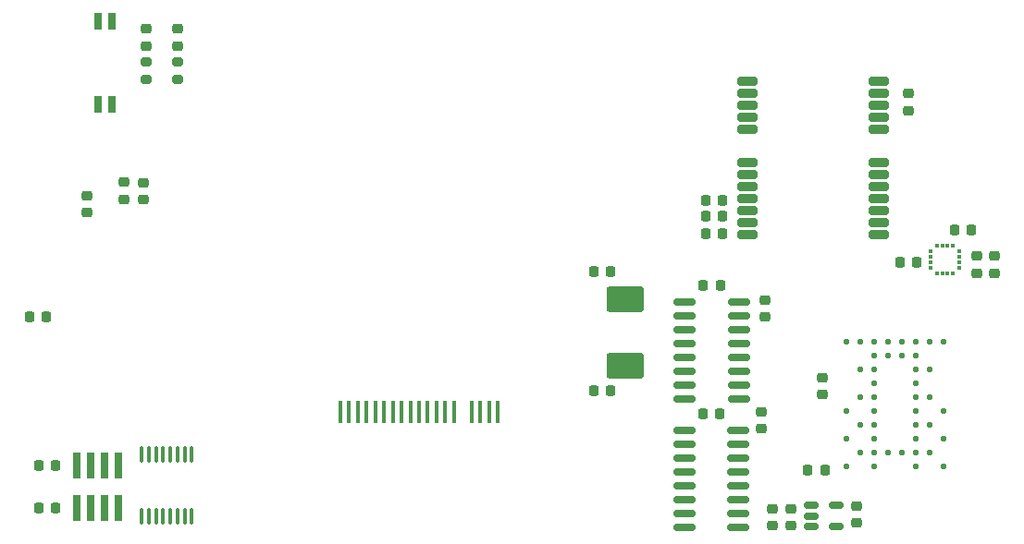
<source format=gbr>
%TF.GenerationSoftware,KiCad,Pcbnew,(6.0.1)*%
%TF.CreationDate,2022-01-18T02:16:12+08:00*%
%TF.ProjectId,project,70726f6a-6563-4742-9e6b-696361645f70,1.2.2*%
%TF.SameCoordinates,Original*%
%TF.FileFunction,Paste,Top*%
%TF.FilePolarity,Positive*%
%FSLAX46Y46*%
G04 Gerber Fmt 4.6, Leading zero omitted, Abs format (unit mm)*
G04 Created by KiCad (PCBNEW (6.0.1)) date 2022-01-18 02:16:12*
%MOMM*%
%LPD*%
G01*
G04 APERTURE LIST*
G04 Aperture macros list*
%AMRoundRect*
0 Rectangle with rounded corners*
0 $1 Rounding radius*
0 $2 $3 $4 $5 $6 $7 $8 $9 X,Y pos of 4 corners*
0 Add a 4 corners polygon primitive as box body*
4,1,4,$2,$3,$4,$5,$6,$7,$8,$9,$2,$3,0*
0 Add four circle primitives for the rounded corners*
1,1,$1+$1,$2,$3*
1,1,$1+$1,$4,$5*
1,1,$1+$1,$6,$7*
1,1,$1+$1,$8,$9*
0 Add four rect primitives between the rounded corners*
20,1,$1+$1,$2,$3,$4,$5,0*
20,1,$1+$1,$4,$5,$6,$7,0*
20,1,$1+$1,$6,$7,$8,$9,0*
20,1,$1+$1,$8,$9,$2,$3,0*%
G04 Aperture macros list end*
%ADD10RoundRect,0.225000X0.225000X0.250000X-0.225000X0.250000X-0.225000X-0.250000X0.225000X-0.250000X0*%
%ADD11R,0.740000X2.400000*%
%ADD12RoundRect,0.225000X-0.225000X-0.250000X0.225000X-0.250000X0.225000X0.250000X-0.225000X0.250000X0*%
%ADD13RoundRect,0.225000X-0.250000X0.225000X-0.250000X-0.225000X0.250000X-0.225000X0.250000X0.225000X0*%
%ADD14RoundRect,0.225000X0.250000X-0.225000X0.250000X0.225000X-0.250000X0.225000X-0.250000X-0.225000X0*%
%ADD15RoundRect,0.200000X0.275000X-0.200000X0.275000X0.200000X-0.275000X0.200000X-0.275000X-0.200000X0*%
%ADD16RoundRect,0.150000X-0.825000X-0.150000X0.825000X-0.150000X0.825000X0.150000X-0.825000X0.150000X0*%
%ADD17R,0.760000X1.600000*%
%ADD18RoundRect,0.218750X0.256250X-0.218750X0.256250X0.218750X-0.256250X0.218750X-0.256250X-0.218750X0*%
%ADD19R,0.450000X0.300000*%
%ADD20R,0.300000X0.450000*%
%ADD21RoundRect,0.100000X0.100000X-0.637500X0.100000X0.637500X-0.100000X0.637500X-0.100000X-0.637500X0*%
%ADD22C,0.560000*%
%ADD23RoundRect,0.200000X0.700000X0.200000X-0.700000X0.200000X-0.700000X-0.200000X0.700000X-0.200000X0*%
%ADD24RoundRect,0.218750X-0.256250X0.218750X-0.256250X-0.218750X0.256250X-0.218750X0.256250X0.218750X0*%
%ADD25RoundRect,0.235000X-1.465000X0.940000X-1.465000X-0.940000X1.465000X-0.940000X1.465000X0.940000X0*%
%ADD26RoundRect,0.150000X-0.512500X-0.150000X0.512500X-0.150000X0.512500X0.150000X-0.512500X0.150000X0*%
%ADD27R,0.400000X2.000000*%
G04 APERTURE END LIST*
D10*
%TO.C,C22*%
X76877000Y6817600D03*
X75327000Y6817600D03*
%TD*%
D11*
%TO.C,M1*%
X8392200Y3348400D03*
X9662200Y3348400D03*
X10932200Y3348400D03*
X12202200Y3348400D03*
X12202200Y7248400D03*
X10932200Y7248400D03*
X9662200Y7248400D03*
X8392200Y7248400D03*
%TD*%
D12*
%TO.C,C26*%
X65725800Y11948400D03*
X67275800Y11948400D03*
%TD*%
D10*
%TO.C,C52*%
X67529800Y28513800D03*
X65979800Y28513800D03*
%TD*%
D13*
%TO.C,C2*%
X14481600Y33170400D03*
X14481600Y31620400D03*
%TD*%
D14*
%TO.C,C15*%
X72063400Y1699200D03*
X72063400Y3249200D03*
%TD*%
D15*
%TO.C,R2*%
X17631200Y42619400D03*
X17631200Y44269400D03*
%TD*%
D10*
%TO.C,C72*%
X85284400Y25842200D03*
X83734400Y25842200D03*
%TD*%
D14*
%TO.C,C18*%
X71022000Y10627600D03*
X71022000Y12177600D03*
%TD*%
D16*
%TO.C,U7*%
X64051200Y22260800D03*
X64051200Y20990800D03*
X64051200Y19720800D03*
X64051200Y18450800D03*
X64051200Y17180800D03*
X64051200Y15910800D03*
X64051200Y14640800D03*
X64051200Y13370800D03*
X69001200Y13370800D03*
X69001200Y14640800D03*
X69001200Y15910800D03*
X69001200Y17180800D03*
X69001200Y18450800D03*
X69001200Y19720800D03*
X69001200Y20990800D03*
X69001200Y22260800D03*
%TD*%
%TO.C,U6*%
X64025800Y10424400D03*
X64025800Y9154400D03*
X64025800Y7884400D03*
X64025800Y6614400D03*
X64025800Y5344400D03*
X64025800Y4074400D03*
X64025800Y2804400D03*
X64025800Y1534400D03*
X68975800Y1534400D03*
X68975800Y2804400D03*
X68975800Y4074400D03*
X68975800Y5344400D03*
X68975800Y6614400D03*
X68975800Y7884400D03*
X68975800Y9154400D03*
X68975800Y10424400D03*
%TD*%
D17*
%TO.C,SW1*%
X11586000Y47965600D03*
X10316000Y47965600D03*
X10316000Y40345600D03*
X11586000Y40345600D03*
%TD*%
D15*
%TO.C,R5*%
X14761000Y42612800D03*
X14761000Y44262800D03*
%TD*%
D18*
%TO.C,L1*%
X84509400Y39786700D03*
X84509400Y41361700D03*
%TD*%
D19*
%TO.C,U13*%
X86587200Y26871600D03*
X86587200Y26371600D03*
X86587200Y25871600D03*
X86587200Y25371600D03*
D20*
X87112200Y24846600D03*
X87612200Y24846600D03*
X88112200Y24846600D03*
X88612200Y24846600D03*
D19*
X89137200Y25371600D03*
X89137200Y25871600D03*
X89137200Y26371600D03*
X89137200Y26871600D03*
D20*
X88612200Y27396600D03*
X88112200Y27396600D03*
X87612200Y27396600D03*
X87112200Y27396600D03*
%TD*%
D21*
%TO.C,U12*%
X14365600Y2558100D03*
X15015600Y2558100D03*
X15665600Y2558100D03*
X16315600Y2558100D03*
X16965600Y2558100D03*
X17615600Y2558100D03*
X18265600Y2558100D03*
X18915600Y2558100D03*
X18915600Y8283100D03*
X18265600Y8283100D03*
X17615600Y8283100D03*
X16965600Y8283100D03*
X16315600Y8283100D03*
X15665600Y8283100D03*
X15015600Y8283100D03*
X14365600Y8283100D03*
%TD*%
D22*
%TO.C,U3*%
X78845200Y18628600D03*
X80115200Y18628600D03*
X81385200Y18628600D03*
X82655200Y18628600D03*
X83925200Y18628600D03*
X85195200Y18628600D03*
X86465200Y18628600D03*
X87735200Y18628600D03*
X81385200Y17358600D03*
X82655200Y17358600D03*
X83925200Y17358600D03*
X85195200Y17358600D03*
X80115200Y16088600D03*
X81385200Y16088600D03*
X85195200Y16088600D03*
X86465200Y16088600D03*
X81385200Y14818600D03*
X85195200Y14818600D03*
X80115200Y13548600D03*
X81385200Y13548600D03*
X85195200Y13548600D03*
X86465200Y13548600D03*
X78845200Y12278600D03*
X81385200Y12278600D03*
X85195200Y12278600D03*
X87735200Y12278600D03*
X80115200Y11008600D03*
X81385200Y11008600D03*
X85195200Y11008600D03*
X86465200Y11008600D03*
X78845200Y9738600D03*
X81385200Y9738600D03*
X85195200Y9738600D03*
X87735200Y9738600D03*
X80115200Y8468600D03*
X81385200Y8468600D03*
X82655200Y8468600D03*
X83925200Y8468600D03*
X85195200Y8468600D03*
X86465200Y8468600D03*
X78845200Y7198600D03*
X81385200Y7198600D03*
X85195200Y7198600D03*
X87735200Y7198600D03*
%TD*%
D12*
%TO.C,C73*%
X88712800Y28814000D03*
X90262800Y28814000D03*
%TD*%
D10*
%TO.C,C47*%
X6481200Y3312400D03*
X4931200Y3312400D03*
%TD*%
D23*
%TO.C,U1*%
X81822600Y28443400D03*
X81822600Y29543400D03*
X81822600Y30643400D03*
X81822600Y31743400D03*
X81822600Y32843400D03*
X81822600Y33943400D03*
X81822600Y35043400D03*
X81822600Y38043400D03*
X81822600Y39143400D03*
X81822600Y40243400D03*
X81822600Y41343400D03*
X81822600Y42443400D03*
X69822600Y42443400D03*
X69822600Y41343400D03*
X69822600Y40243400D03*
X69822600Y39143400D03*
X69822600Y38043400D03*
X69822600Y35043400D03*
X69822600Y33943400D03*
X69822600Y32843400D03*
X69822600Y31743400D03*
X69822600Y30643400D03*
X69822600Y29543400D03*
X69822600Y28443400D03*
%TD*%
D24*
%TO.C,D1*%
X17631200Y47279900D03*
X17631200Y45704900D03*
%TD*%
D12*
%TO.C,C49*%
X65751200Y23734000D03*
X67301200Y23734000D03*
%TD*%
D25*
%TO.C,L2*%
X58601400Y22441000D03*
X58601400Y16391000D03*
%TD*%
D10*
%TO.C,C62*%
X67529800Y30084000D03*
X65979800Y30084000D03*
%TD*%
D26*
%TO.C,U5*%
X75624900Y3576600D03*
X75624900Y2626600D03*
X75624900Y1676600D03*
X77899900Y1676600D03*
X77899900Y3576600D03*
%TD*%
D13*
%TO.C,C17*%
X71377600Y22426200D03*
X71377600Y20876200D03*
%TD*%
D10*
%TO.C,C68*%
X6493600Y7224000D03*
X4943600Y7224000D03*
%TD*%
D13*
%TO.C,C23*%
X79759600Y3554000D03*
X79759600Y2004000D03*
%TD*%
D14*
%TO.C,C21*%
X76660800Y13764200D03*
X76660800Y15314200D03*
%TD*%
D12*
%TO.C,C45*%
X4054600Y20889200D03*
X5604600Y20889200D03*
%TD*%
D24*
%TO.C,D2*%
X14761000Y47254500D03*
X14761000Y45679500D03*
%TD*%
D13*
%TO.C,C6*%
X12754400Y33195800D03*
X12754400Y31645800D03*
%TD*%
D14*
%TO.C,C16*%
X73765200Y1711600D03*
X73765200Y3261600D03*
%TD*%
D10*
%TO.C,C63*%
X67529800Y31536400D03*
X65979800Y31536400D03*
%TD*%
D14*
%TO.C,C46*%
X9300000Y30452000D03*
X9300000Y32002000D03*
%TD*%
D27*
%TO.C,LCD1*%
X42922600Y12143600D03*
X42122600Y12143600D03*
X41322600Y12143600D03*
X40522600Y12143600D03*
X39722600Y12143600D03*
X38922600Y12143600D03*
X38122600Y12143600D03*
X37322600Y12143600D03*
X36522600Y12143600D03*
X35722600Y12143600D03*
X34922600Y12143600D03*
X34122600Y12143600D03*
X33322600Y12143600D03*
X32522600Y12143600D03*
X44522600Y12143600D03*
X45322600Y12143600D03*
X46122600Y12143600D03*
X46922600Y12143600D03*
%TD*%
D10*
%TO.C,C13*%
X57268200Y25054800D03*
X55718200Y25054800D03*
%TD*%
%TO.C,C14*%
X57268200Y14107400D03*
X55718200Y14107400D03*
%TD*%
D13*
%TO.C,C70*%
X92383400Y26439400D03*
X92383400Y24889400D03*
%TD*%
D14*
%TO.C,C71*%
X90757800Y24889400D03*
X90757800Y26439400D03*
%TD*%
M02*

</source>
